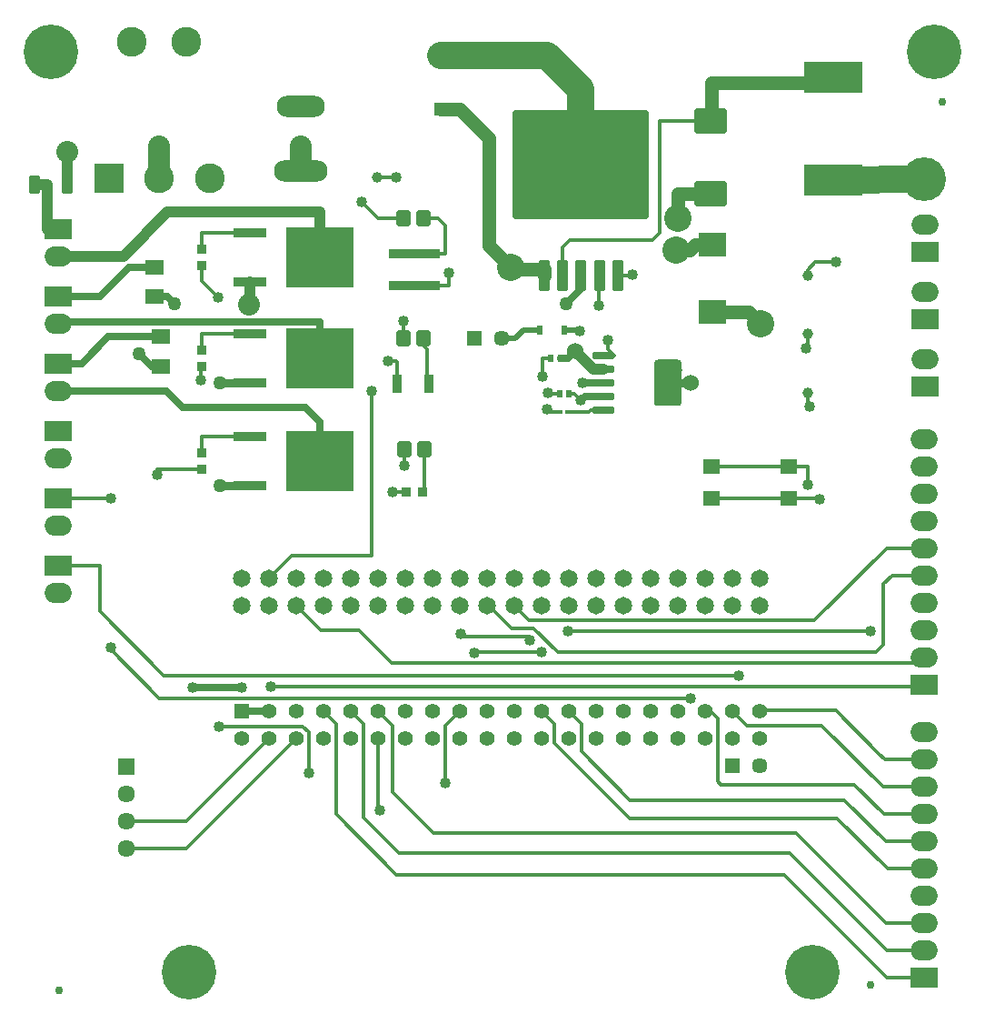
<source format=gbr>
G04 DipTrace 4.3.0.5*
G04 1 - Top.gbr*
%MOIN*%
G04 #@! TF.FileFunction,Copper,L1,Top*
G04 #@! TF.Part,Single*
%AMOUTLINE0*
4,1,28,
0.060433,0.033941,
0.060433,-0.033941,
0.060027,-0.037027,
0.058835,-0.039904,
0.05694,-0.042373,
0.05447,-0.044268,
0.051594,-0.04546,
0.048508,-0.045866,
-0.048508,-0.045866,
-0.051594,-0.04546,
-0.05447,-0.044268,
-0.05694,-0.042373,
-0.058835,-0.039904,
-0.060027,-0.037027,
-0.060433,-0.033941,
-0.060433,0.033941,
-0.060027,0.037027,
-0.058835,0.039904,
-0.05694,0.042373,
-0.05447,0.044268,
-0.051594,0.04546,
-0.048508,0.045866,
0.048508,0.045866,
0.051594,0.04546,
0.05447,0.044268,
0.05694,0.042373,
0.058835,0.039904,
0.060027,0.037027,
0.060433,0.033941,
0*%
%AMOUTLINE3*
4,1,28,
-0.013984,0.033661,
0.013984,0.033661,
0.015256,0.033494,
0.016441,0.033003,
0.017459,0.032222,
0.018239,0.031205,
0.01873,0.03002,
0.018898,0.028748,
0.018898,-0.028748,
0.01873,-0.03002,
0.018239,-0.031205,
0.017459,-0.032222,
0.016441,-0.033003,
0.015256,-0.033494,
0.013984,-0.033661,
-0.013984,-0.033661,
-0.015256,-0.033494,
-0.016441,-0.033003,
-0.017459,-0.032222,
-0.018239,-0.031205,
-0.01873,-0.03002,
-0.018898,-0.028748,
-0.018898,0.028748,
-0.01873,0.03002,
-0.018239,0.031205,
-0.017459,0.032222,
-0.016441,0.033003,
-0.015256,0.033494,
-0.013984,0.033661,
0*%
%AMOUTLINE6*
4,1,28,
-0.025591,-0.019803,
-0.025591,0.019803,
-0.025259,0.02232,
-0.024288,0.024665,
-0.022742,0.026679,
-0.020728,0.028225,
-0.018383,0.029196,
-0.015866,0.029528,
0.015866,0.029528,
0.018383,0.029196,
0.020728,0.028225,
0.022742,0.026679,
0.024288,0.024665,
0.025259,0.02232,
0.025591,0.019803,
0.025591,-0.019803,
0.025259,-0.02232,
0.024288,-0.024665,
0.022742,-0.026679,
0.020728,-0.028225,
0.018383,-0.029196,
0.015866,-0.029528,
-0.015866,-0.029528,
-0.018383,-0.029196,
-0.020728,-0.028225,
-0.022742,-0.026679,
-0.024288,-0.024665,
-0.025259,-0.02232,
-0.025591,-0.019803,
0*%
%AMOUTLINE9*
4,1,28,
-0.02145,-0.046066,
-0.021463,0.04606,
-0.021128,0.048607,
-0.020145,0.050981,
-0.018582,0.05302,
-0.016543,0.054584,
-0.01417,0.055568,
-0.011622,0.055904,
0.011606,0.055907,
0.014154,0.055572,
0.016528,0.054589,
0.018566,0.053025,
0.020131,0.050987,
0.021114,0.048613,
0.02145,0.046066,
0.021463,-0.04606,
0.021128,-0.048607,
0.020145,-0.050981,
0.018582,-0.05302,
0.016543,-0.054584,
0.01417,-0.055568,
0.011622,-0.055904,
-0.011606,-0.055907,
-0.014154,-0.055572,
-0.016528,-0.054589,
-0.018566,-0.053025,
-0.020131,-0.050987,
-0.021114,-0.048613,
-0.02145,-0.046066,
0*%
%AMOUTLINE12*
4,1,28,
0.249973,0.185416,
0.250027,-0.185344,
0.249529,-0.189128,
0.248069,-0.192654,
0.245746,-0.195682,
0.242719,-0.198006,
0.239193,-0.199467,
0.235409,-0.199966,
-0.235351,-0.200034,
-0.239135,-0.199536,
-0.242661,-0.198076,
-0.24569,-0.195753,
-0.248014,-0.192726,
-0.249475,-0.1892,
-0.249973,-0.185416,
-0.250027,0.185344,
-0.249529,0.189128,
-0.248069,0.192654,
-0.245746,0.195682,
-0.242719,0.198006,
-0.239193,0.199467,
-0.235409,0.199966,
0.235351,0.200034,
0.239135,0.199536,
0.242661,0.198076,
0.24569,0.195753,
0.248014,0.192726,
0.249475,0.1892,
0.249973,0.185416,
0*%
%AMOUTLINE15*
4,1,28,
-0.035606,0.012205,
0.035606,0.012205,
0.036428,0.012097,
0.037193,0.01178,
0.03785,0.011275,
0.038354,0.010618,
0.038671,0.009853,
0.03878,0.009031,
0.03878,-0.009031,
0.038671,-0.009853,
0.038354,-0.010618,
0.03785,-0.011275,
0.037193,-0.01178,
0.036428,-0.012097,
0.035606,-0.012205,
-0.035606,-0.012205,
-0.036428,-0.012097,
-0.037193,-0.01178,
-0.03785,-0.011275,
-0.038354,-0.010618,
-0.038671,-0.009853,
-0.03878,-0.009031,
-0.03878,0.009031,
-0.038671,0.009853,
-0.038354,0.010618,
-0.03785,0.011275,
-0.037193,0.01178,
-0.036428,0.012097,
-0.035606,0.012205,
0*%
%AMOUTLINE18*
4,1,28,
-0.037,0.085,
0.037,0.085,
0.040365,0.084557,
0.0435,0.083258,
0.046192,0.081192,
0.048258,0.0785,
0.049557,0.075365,
0.05,0.072,
0.05,-0.072,
0.049557,-0.075365,
0.048258,-0.0785,
0.046192,-0.081192,
0.0435,-0.083258,
0.040365,-0.084557,
0.037,-0.085,
-0.037,-0.085,
-0.040365,-0.084557,
-0.0435,-0.083258,
-0.046192,-0.081192,
-0.048258,-0.0785,
-0.049557,-0.075365,
-0.05,-0.072,
-0.05,0.072,
-0.049557,0.075365,
-0.048258,0.0785,
-0.046192,0.081192,
-0.0435,0.083258,
-0.040365,0.084557,
-0.037,0.085,
0*%
G04 #@! TA.AperFunction,Conductor*
%ADD15C,0.013*%
G04 #@! TA.AperFunction,ViaPad*
%ADD16C,0.05*%
%ADD17C,0.04*%
G04 #@! TA.AperFunction,Conductor*
%ADD18C,0.025*%
G04 #@! TA.AperFunction,ViaPad*
%ADD19C,0.1*%
G04 #@! TA.AperFunction,Conductor*
%ADD20C,0.02*%
%ADD21C,0.03*%
G04 #@! TA.AperFunction,ViaPad*
%ADD22C,0.08*%
G04 #@! TA.AperFunction,ComponentPad*
%ADD23R,0.047244X0.047244*%
%ADD25C,0.047244*%
%ADD27R,0.099213X0.090945*%
%ADD28R,0.023622X0.026378*%
%ADD29R,0.014961X0.015748*%
%ADD31R,0.024803X0.032677*%
%ADD32R,0.070866X0.051969*%
%ADD33C,0.029528*%
G04 #@! TA.AperFunction,ComponentPad*
%ADD35R,0.098425X0.074803*%
%ADD37O,0.098425X0.074803*%
%ADD38O,0.19685X0.07874*%
%ADD40O,0.177165X0.07874*%
%ADD41R,0.055039X0.055039*%
%ADD43C,0.055039*%
%ADD44R,0.063386X0.063386*%
%ADD46C,0.063386*%
%ADD47R,0.057087X0.057087*%
%ADD49C,0.057087*%
%ADD50R,0.216535X0.11811*%
G04 #@! TA.AperFunction,ComponentPad*
%ADD51C,0.064961*%
%ADD53C,0.2*%
%ADD54R,0.118898X0.038189*%
%ADD55R,0.248819X0.223228*%
%ADD56R,0.18622X0.038189*%
%ADD57R,0.038189X0.06811*%
%ADD58R,0.035433X0.038189*%
%ADD59R,0.038189X0.035433*%
G04 #@! TA.AperFunction,ComponentPad*
%ADD60R,0.109252X0.109252*%
%ADD62C,0.109252*%
%ADD63R,0.062992X0.055118*%
%ADD64C,0.03937*%
G04 #@! TA.AperFunction,ViaPad*
%ADD66C,0.06*%
%ADD67C,0.16*%
%ADD162OUTLINE0*%
%ADD165OUTLINE3*%
%ADD168OUTLINE6*%
%ADD171OUTLINE9*%
%ADD174OUTLINE12*%
%ADD177OUTLINE15*%
%ADD180OUTLINE18*%
%FSLAX26Y26*%
G04*
G70*
G90*
G75*
G01*
G04 Top*
%LPD*%
X1986701Y3140999D2*
D15*
Y3094422D1*
X1860127D1*
X2213751Y3161899D2*
D16*
Y3152590D1*
X2338658D1*
Y3131705D1*
X586251Y3583880D2*
D17*
X586310Y3462850D1*
X1725501Y3489480D2*
D15*
X1793301D1*
X1795491Y3491670D1*
X1956200Y3740264D2*
D16*
X2028207D1*
X2135201Y3633270D1*
Y3240449D1*
X2213751Y3161899D1*
X1780259Y2336919D2*
D15*
X1830980D1*
X2472428Y2674010D2*
X2448808Y2697630D1*
X2427175D1*
X2555893Y2688100D2*
D18*
X2486519D1*
X2472428Y2674010D1*
X930522Y2795409D2*
X896621D1*
X849710Y2842319D1*
X3312696Y2648683D2*
D15*
X3304431Y2656948D1*
Y2701369D1*
X2538230Y3019170D2*
X2539445Y3131735D1*
X2570981Y2893130D2*
Y2861293D1*
X2594174Y2838100D1*
X2555893D1*
X3732661Y3484919D2*
D19*
X3397470Y3481441D1*
X979860Y3027499D2*
D18*
X955411Y3051948D1*
X906592D1*
X3304821Y3131760D2*
D15*
Y3151792D1*
X3332398Y3179369D1*
X3406901D1*
Y3179529D1*
X2953314Y2997993D2*
D16*
X3086137D1*
X3130680Y2953449D1*
X2555893Y2788100D2*
D17*
X2519001D1*
X2452141Y2854960D1*
X2397075Y2827529D2*
D18*
X2424710D1*
X2452141Y2854960D1*
X1798372Y2734600D2*
D15*
Y2812709D1*
X1793051Y2818030D1*
X1763401D1*
X1703131Y2707070D2*
Y2103480D1*
X1411181D1*
X1328541Y2020840D1*
X2412536Y2930810D2*
D20*
X2466481D1*
X2468791Y2928500D1*
X2348760Y2640090D2*
D15*
Y2630020D1*
X2397537D1*
X1956200Y3937115D2*
D19*
X2348046D1*
X2472458Y3812704D1*
Y3536056D1*
X1823238Y2495079D2*
D15*
Y2432549D1*
X1823235D1*
X1819487Y2964171D2*
Y2901642D1*
X1819489D1*
X2948260Y3431899D2*
D16*
X2827801D1*
Y3338990D1*
X2875431Y2735520D2*
D21*
X2792507D1*
Y2738100D1*
X2476911Y2737819D2*
D18*
X2555893D1*
Y2738100D1*
X2329741Y2759960D2*
D15*
X2331280D1*
Y2827529D1*
X2362666D1*
X2821130Y3223239D2*
D16*
X2871856D1*
X2890704Y3242087D1*
X2953309D1*
X1255271Y3025060D2*
D17*
X1257277Y3027066D1*
Y3107149D1*
X1148291Y2360819D2*
D21*
X1148791Y2361319D1*
X1257797D1*
X1147180Y2735630D2*
X1257046Y2737129D1*
X1667176Y3400321D2*
D15*
X1728166Y3339331D1*
X1819569D1*
X2661981Y3133730D2*
X2659995Y3131744D1*
X2606374D1*
X2418360Y3027239D2*
D18*
X2472516Y3081395D1*
Y3131725D1*
X2349390Y2699940D2*
D15*
X2351700Y2697630D1*
X2392766D1*
X3296787Y2864533D2*
X3305050Y2872797D1*
Y2917220D1*
X1328280Y1434520D2*
X1024549Y1130789D1*
X803031D1*
X1335043Y1623210D2*
X3732171D1*
Y1631620D1*
X1428541Y1920840D2*
X1517766Y1831616D1*
X1656212D1*
X1776188Y1711640D1*
X3732171D1*
Y1731620D1*
X1428280Y1434520D2*
X1024549Y1030789D1*
X803031D1*
X3731721Y1055250D2*
X3589901D1*
X3436735Y1208415D1*
X2652636D1*
X2475302Y1385749D1*
Y1487498D1*
X2428280Y1534520D1*
X3731721Y955250D2*
X3596621D1*
X3412481Y1139390D1*
X2652330D1*
X2375302Y1416418D1*
Y1487498D1*
X2328280Y1534520D1*
X2082611Y1747230D2*
X2085931Y1750550D1*
X2326531D1*
X2228541Y1920840D2*
X2281667Y1867714D1*
X3329035D1*
X3592940Y2131620D1*
X3732171D1*
X2128541Y1920840D2*
X2136001D1*
X2218331Y1838510D1*
X2296791D1*
X2386086Y1749214D1*
X3552823D1*
X3580401Y1776792D1*
Y1998787D1*
X3613234Y2031620D1*
X3732171D1*
X2425523Y1828214D2*
X3535783D1*
X2875302Y1581541D2*
X924200D1*
X746461Y1759280D1*
Y1766060D1*
Y2315069D2*
X554321D1*
X1528280Y1534520D2*
X1575302Y1487498D1*
Y1155878D1*
X1796041Y935140D1*
X3216061D1*
X3595951Y555250D1*
X3731721D1*
X1628280Y1534520D2*
X1675302Y1487498D1*
Y1142208D1*
X1804481Y1013029D1*
X3236212D1*
X3593991Y655250D1*
X3731721D1*
X2928280Y1534520D2*
X2946863D1*
X2974440Y1506943D1*
Y1275665D1*
X2985294Y1264810D1*
X3473170D1*
X3582730Y1155250D1*
X3731721D1*
X1728280Y1434520D2*
Y1176438D1*
X1735802Y1168915D1*
X3731721Y755250D2*
X3592031D1*
X3260550Y1086730D1*
X1931401D1*
X1781259Y1236872D1*
Y1481541D1*
X1728280Y1534520D1*
X3028280D2*
X3081259Y1481541D1*
X3353670D1*
X3579961Y1255250D1*
X3731721D1*
X3128280Y1534520D2*
Y1535827D1*
X3408163D1*
X3565541Y1378449D1*
Y1376540D1*
X3586831Y1355250D1*
X3731721D1*
X1141630Y3050529D2*
X1080993Y3111167D1*
Y3167459D1*
X1080830Y2797399D2*
X1079351D1*
Y2747279D1*
X916130Y2399449D2*
Y2421220D1*
X1080819D1*
X1975302Y1269002D2*
Y1481543D1*
X2028280Y1534520D1*
X3051550Y1665090D2*
X942191D1*
X708210Y1899070D1*
Y2067669D1*
X554129D1*
X3397470Y3855457D2*
D16*
Y3838378D1*
X2950680D1*
Y3696860D1*
X2948260D1*
D15*
X2760710D1*
Y3287709D1*
X2733133Y3260132D1*
X2431546D1*
X2405587Y3234172D1*
Y3131716D1*
X553920Y3301050D2*
D17*
X513310D1*
Y3462850D1*
X466231D1*
X553840Y3054789D2*
D18*
X708949D1*
X815951Y3161791D1*
X906590D1*
X2419663Y2630020D2*
D15*
X2499931D1*
X2508011Y2638100D1*
X2555893D1*
X1894292Y2901642D2*
Y2874117D1*
X1908050Y2860359D1*
Y2734600D1*
X1914907D1*
X1894372Y3339331D2*
X1946731D1*
X1972731Y3313331D1*
Y3210957D1*
X1860113D1*
X1898041Y2495079D2*
X1896764D1*
Y2336919D1*
X1890822D1*
X553868Y2708029D2*
D18*
X950461D1*
X1011901Y2646590D1*
X1461850D1*
X1514884Y2593556D1*
Y2451319D1*
X553840Y2954789D2*
Y2960640D1*
X1514133D1*
Y2827129D1*
X553931Y3201050D2*
D17*
X792781D1*
X954270Y3362539D1*
X1514364D1*
Y3197149D1*
X1257797Y2541319D2*
D15*
X1080819D1*
Y2481062D1*
X1257046Y2917129D2*
X1080830D1*
Y2857242D1*
X1257277Y3287149D2*
X1080987D1*
Y3227301D1*
X1444221Y3514289D2*
D22*
Y3605070D1*
X925730D2*
Y3485739D1*
X2950818Y2430976D2*
D15*
X3234283D1*
X3305701D1*
Y2364750D1*
X2950818Y2312865D2*
X3234283D1*
X3348351D1*
Y2311670D1*
X553857Y2808029D2*
D18*
X641448D1*
X738670Y2905251D1*
X930519D1*
X2181691Y2900499D2*
D20*
X2229735D1*
X2260046Y2930810D1*
X2321985D1*
X2030911Y1818050D2*
D15*
Y1807680D1*
X2283771D1*
Y1795239D1*
X1145581Y1478220D2*
X1452624D1*
X1475302Y1455541D1*
Y1308502D1*
X1228279Y1621041D2*
D18*
X1046558D1*
X1228280Y1534520D2*
X1328280D1*
D17*
X746461Y1766060D3*
Y2315069D3*
D22*
X1444221Y3605070D3*
X925730D3*
D17*
X2770310Y2784490D3*
X2330451Y3504090D3*
X2823581Y2782239D3*
X2771951Y2709420D3*
X2822230Y2703340D3*
X1432340Y3253300D3*
X2612210Y3504529D3*
X2257621Y3437780D3*
X1513721Y3253789D3*
X2402501Y3436430D3*
X2259280Y3701010D3*
X1593020Y3251570D3*
X1515201Y3149420D3*
X2683710Y3566949D3*
X1795491Y3491670D3*
X3406901Y3179529D3*
X1590801Y3150520D3*
X2613351Y3634949D3*
X2470541Y3636760D3*
X2471041Y3507680D3*
X1436650Y3147940D3*
X2402001Y3701910D3*
X1433161Y2879990D3*
X2542771Y3703120D3*
X1517210Y2880239D3*
X1596331Y2880899D3*
X2331810Y3635369D3*
X2258390Y3569250D3*
X1430310Y2773100D3*
X2403210Y3569239D3*
X2685161Y3699470D3*
X1514401Y2773819D3*
X2540340Y3569650D3*
X1596331Y2773810D3*
X1427541Y2507980D3*
X2685970Y3438210D3*
X1513741Y2506070D3*
X2329791Y3370060D3*
X1598020Y2509340D3*
X2470550Y3370060D3*
X1431431Y2396300D3*
X2611730Y3372490D3*
X2541150Y3436990D3*
X1514401Y2394999D3*
X1597371Y2397609D3*
X2326531Y1750550D3*
X2082611Y1747230D3*
D66*
X2452141Y2854960D3*
D17*
X1703131Y2707070D3*
X1763401Y2818030D3*
X2468791Y2928500D3*
X2348760Y2640090D3*
D19*
X2821130Y3223239D3*
D22*
X1255271Y3025060D3*
D16*
X1148291Y2360819D3*
X1147180Y2735630D3*
D17*
X1667176Y3400321D3*
X2661981Y3133730D3*
D16*
X2418360Y3027239D3*
D17*
X2349390Y2699940D3*
X1823235Y2432549D3*
X1819487Y2964171D3*
D19*
X2827801Y3338990D3*
D66*
X2875431Y2735520D3*
D17*
X2476911Y2737819D3*
X2329741Y2759960D3*
X2472428Y2674010D3*
X1780259Y2336919D3*
X1986701Y3140999D3*
D19*
X2213751Y3161899D3*
D17*
X2538230Y3019170D3*
X2570981Y2893130D3*
D67*
X3732661Y3484919D3*
D17*
X1335043Y1623210D3*
X3535783Y1828214D3*
X2425523D3*
X2875302Y1581541D3*
X1735802Y1168915D3*
X1141630Y3050529D3*
X1079351Y2747279D3*
X916130Y2399449D3*
X1975302Y1269002D3*
X3051550Y1665090D3*
X3305701Y2364750D3*
X3348351Y2311670D3*
X2283771Y1795239D3*
X2030911Y1818050D3*
X1475302Y1308502D3*
X1145581Y1478220D3*
X1046558Y1621041D3*
X1228279D3*
X3296787Y2864533D3*
X3312696Y2648683D3*
D16*
X849710Y2842319D3*
D22*
X586251Y3583880D3*
D16*
X979860Y3027499D3*
D19*
X3130680Y2953449D3*
D23*
X1956200Y3740264D3*
D25*
Y3937115D3*
D27*
X2953314Y2997993D3*
X2953309Y3242087D3*
D28*
X2362666Y2827529D3*
X2397075D3*
D29*
X2397537Y2630020D3*
X2419663D3*
D28*
X2392766Y2697630D3*
X2427175D3*
D162*
X2948260Y3696860D3*
Y3431899D3*
D31*
X2412536Y2930810D3*
X2321985D3*
D165*
X586310Y3462850D3*
X466231D3*
D32*
X906590Y3161791D3*
X906592Y3051948D3*
X930519Y2905251D3*
X930522Y2795409D3*
D33*
X3799381Y3766369D3*
X557331Y509810D3*
X3535360Y530810D3*
D35*
X553920Y3301050D3*
D37*
X553931Y3201050D3*
D35*
X553840Y3054789D3*
D37*
Y2954789D3*
D35*
X553857Y2808029D3*
D37*
X553868Y2708029D3*
D35*
X3734741Y3215460D3*
D37*
Y3315460D3*
D35*
X3734952Y2968699D3*
D37*
Y3068699D3*
D35*
X3734550Y2721930D3*
D37*
Y2821930D3*
D35*
X553529Y2561199D3*
D37*
Y2461199D3*
D35*
X554321Y2315069D3*
D37*
Y2215069D3*
D35*
X554129Y2067669D3*
D37*
Y1967669D3*
D38*
X1444221Y3514289D3*
D40*
Y3750510D3*
D41*
X1228280Y1534520D3*
D43*
X1328280D3*
X1428280D3*
X1528280D3*
X1628280D3*
X1728280D3*
X1828280D3*
X1928280D3*
X2028280D3*
X2128280D3*
X2228280D3*
X2328280D3*
X2428280D3*
X2528280D3*
X2628280D3*
X2728280D3*
X2828280D3*
X2928280D3*
X3028280D3*
X3128280D3*
X1228280Y1434520D3*
X1328280D3*
X1428280D3*
X1528280D3*
X1628280D3*
X1728280D3*
X1828280D3*
X1928280D3*
X2028280D3*
X2128280D3*
X2228280D3*
X2328280D3*
X2428280D3*
X2528280D3*
X2628280D3*
X2728280D3*
X2828280D3*
X2928280D3*
X3028280D3*
X3128280D3*
D44*
X803031Y1330789D3*
D46*
Y1230789D3*
Y1130789D3*
Y1030789D3*
D47*
X3028262Y1334460D3*
D49*
X3128262D3*
D35*
X3732171Y1631620D3*
D37*
Y1731620D3*
Y1831620D3*
Y1931620D3*
Y2031620D3*
Y2131620D3*
Y2231620D3*
Y2331620D3*
Y2431620D3*
Y2531620D3*
D35*
X3731721Y555250D3*
D37*
Y655250D3*
Y755250D3*
Y855250D3*
Y955250D3*
Y1055250D3*
Y1155250D3*
Y1255250D3*
Y1355250D3*
Y1455250D3*
D47*
X2081691Y2900499D3*
D49*
X2181691D3*
D50*
X3397470Y3855457D3*
Y3481441D3*
D168*
X1819569Y3339331D3*
X1894372D3*
X1819489Y2901642D3*
X1894292D3*
X1823238Y2495079D3*
X1898041D3*
D51*
X1228541Y1920840D3*
Y2020840D3*
X1328541Y1920840D3*
Y2020840D3*
X1428541Y1920840D3*
Y2020840D3*
X1528541Y1920840D3*
Y2020840D3*
X1628541D3*
Y1920840D3*
X1728541Y2020840D3*
Y1920840D3*
X1828541Y2020840D3*
Y1920840D3*
X1928541D3*
Y2020840D3*
X2028541Y1920840D3*
Y2020840D3*
X2128541Y1920840D3*
Y2020840D3*
X2228541Y1920840D3*
Y2020840D3*
X2328541Y1920840D3*
Y2020840D3*
X2428541Y1920840D3*
Y2020840D3*
X2528541Y1920840D3*
Y2020840D3*
X2628541Y1920840D3*
Y2020840D3*
X2728541Y1920840D3*
Y2020840D3*
X2828541Y1920840D3*
Y2020840D3*
X2928541Y1920840D3*
Y2020840D3*
X3028541Y1920840D3*
Y2020840D3*
X3128541Y1920840D3*
Y2020840D3*
D53*
X3321381Y577940D3*
X3768700Y3951190D3*
X527121D3*
X1035591Y576310D3*
D54*
X1257277Y3107149D3*
Y3287149D3*
D55*
X1514364Y3197149D3*
D54*
X1257046Y2737129D3*
Y2917129D3*
D55*
X1514133Y2827129D3*
D54*
X1257797Y2361319D3*
Y2541319D3*
D55*
X1514884Y2451319D3*
D56*
X1860126Y3094422D3*
X1860114Y3210957D3*
D57*
X1798372Y2734600D3*
X1914907D3*
D58*
X1830980Y2336919D3*
X1890822D3*
D59*
X1080993Y3167459D3*
X1080987Y3227301D3*
X1080830Y2797399D3*
Y2857242D3*
X1080819Y2421220D3*
Y2481062D3*
D60*
X740691Y3485739D3*
D62*
X925730D3*
X1110770D3*
X825730Y3985739D3*
X1025730D3*
D63*
X3234283Y2430976D3*
X2950818D3*
X3234283Y2312865D3*
X2950818D3*
D64*
X1725501Y3489480D3*
X3304821Y3131760D3*
X3304431Y2701369D3*
X3305050Y2917220D3*
D171*
X2338658Y3131706D3*
X2405587Y3131715D3*
X2472516Y3131725D3*
X2539445Y3131735D3*
X2606374Y3131744D3*
D174*
X2472458Y3536056D3*
D177*
X2555893Y2788100D3*
Y2638100D3*
Y2838100D3*
Y2688100D3*
D180*
X2792507Y2738100D3*
D177*
X2555893D3*
M02*

</source>
